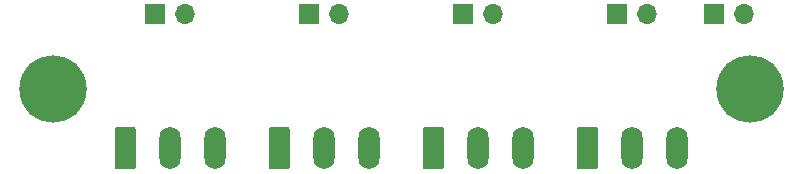
<source format=gbr>
G04 #@! TF.GenerationSoftware,KiCad,Pcbnew,(5.1.5)-3*
G04 #@! TF.CreationDate,2020-03-10T12:06:21-04:00*
G04 #@! TF.ProjectId,Step_Direction_Board,53746570-5f44-4697-9265-6374696f6e5f,rev?*
G04 #@! TF.SameCoordinates,PX7270e00PY78a3ca0*
G04 #@! TF.FileFunction,Copper,L1,Top*
G04 #@! TF.FilePolarity,Positive*
%FSLAX46Y46*%
G04 Gerber Fmt 4.6, Leading zero omitted, Abs format (unit mm)*
G04 Created by KiCad (PCBNEW (5.1.5)-3) date 2020-03-10 12:06:21*
%MOMM*%
%LPD*%
G04 APERTURE LIST*
%ADD10O,1.700000X1.700000*%
%ADD11R,1.700000X1.700000*%
%ADD12O,1.800000X3.600000*%
%ADD13C,0.100000*%
%ADD14C,5.700000*%
G04 APERTURE END LIST*
D10*
X53323846Y15376036D03*
D11*
X50783846Y15376036D03*
D10*
X40283846Y15376036D03*
D11*
X37743846Y15376036D03*
D10*
X27243846Y15376036D03*
D11*
X24703846Y15376036D03*
D10*
X14203846Y15376036D03*
D11*
X11663846Y15376036D03*
D10*
X61540000Y15376036D03*
D11*
X59000000Y15376036D03*
D12*
X55871055Y4036653D03*
X52061055Y4036653D03*
G04 #@! TA.AperFunction,ComponentPad*
D13*
G36*
X48925559Y5835449D02*
G01*
X48949828Y5831849D01*
X48973626Y5825888D01*
X48996726Y5817623D01*
X49018904Y5807133D01*
X49039948Y5794520D01*
X49059653Y5779906D01*
X49077832Y5763430D01*
X49094308Y5745251D01*
X49108922Y5725546D01*
X49121535Y5704502D01*
X49132025Y5682324D01*
X49140290Y5659224D01*
X49146251Y5635426D01*
X49149851Y5611157D01*
X49151055Y5586653D01*
X49151055Y2486653D01*
X49149851Y2462149D01*
X49146251Y2437880D01*
X49140290Y2414082D01*
X49132025Y2390982D01*
X49121535Y2368804D01*
X49108922Y2347760D01*
X49094308Y2328055D01*
X49077832Y2309876D01*
X49059653Y2293400D01*
X49039948Y2278786D01*
X49018904Y2266173D01*
X48996726Y2255683D01*
X48973626Y2247418D01*
X48949828Y2241457D01*
X48925559Y2237857D01*
X48901055Y2236653D01*
X47601055Y2236653D01*
X47576551Y2237857D01*
X47552282Y2241457D01*
X47528484Y2247418D01*
X47505384Y2255683D01*
X47483206Y2266173D01*
X47462162Y2278786D01*
X47442457Y2293400D01*
X47424278Y2309876D01*
X47407802Y2328055D01*
X47393188Y2347760D01*
X47380575Y2368804D01*
X47370085Y2390982D01*
X47361820Y2414082D01*
X47355859Y2437880D01*
X47352259Y2462149D01*
X47351055Y2486653D01*
X47351055Y5586653D01*
X47352259Y5611157D01*
X47355859Y5635426D01*
X47361820Y5659224D01*
X47370085Y5682324D01*
X47380575Y5704502D01*
X47393188Y5725546D01*
X47407802Y5745251D01*
X47424278Y5763430D01*
X47442457Y5779906D01*
X47462162Y5794520D01*
X47483206Y5807133D01*
X47505384Y5817623D01*
X47528484Y5825888D01*
X47552282Y5831849D01*
X47576551Y5835449D01*
X47601055Y5836653D01*
X48901055Y5836653D01*
X48925559Y5835449D01*
G37*
G04 #@! TD.AperFunction*
D12*
X42831055Y4036653D03*
X39021055Y4036653D03*
G04 #@! TA.AperFunction,ComponentPad*
D13*
G36*
X35885559Y5835449D02*
G01*
X35909828Y5831849D01*
X35933626Y5825888D01*
X35956726Y5817623D01*
X35978904Y5807133D01*
X35999948Y5794520D01*
X36019653Y5779906D01*
X36037832Y5763430D01*
X36054308Y5745251D01*
X36068922Y5725546D01*
X36081535Y5704502D01*
X36092025Y5682324D01*
X36100290Y5659224D01*
X36106251Y5635426D01*
X36109851Y5611157D01*
X36111055Y5586653D01*
X36111055Y2486653D01*
X36109851Y2462149D01*
X36106251Y2437880D01*
X36100290Y2414082D01*
X36092025Y2390982D01*
X36081535Y2368804D01*
X36068922Y2347760D01*
X36054308Y2328055D01*
X36037832Y2309876D01*
X36019653Y2293400D01*
X35999948Y2278786D01*
X35978904Y2266173D01*
X35956726Y2255683D01*
X35933626Y2247418D01*
X35909828Y2241457D01*
X35885559Y2237857D01*
X35861055Y2236653D01*
X34561055Y2236653D01*
X34536551Y2237857D01*
X34512282Y2241457D01*
X34488484Y2247418D01*
X34465384Y2255683D01*
X34443206Y2266173D01*
X34422162Y2278786D01*
X34402457Y2293400D01*
X34384278Y2309876D01*
X34367802Y2328055D01*
X34353188Y2347760D01*
X34340575Y2368804D01*
X34330085Y2390982D01*
X34321820Y2414082D01*
X34315859Y2437880D01*
X34312259Y2462149D01*
X34311055Y2486653D01*
X34311055Y5586653D01*
X34312259Y5611157D01*
X34315859Y5635426D01*
X34321820Y5659224D01*
X34330085Y5682324D01*
X34340575Y5704502D01*
X34353188Y5725546D01*
X34367802Y5745251D01*
X34384278Y5763430D01*
X34402457Y5779906D01*
X34422162Y5794520D01*
X34443206Y5807133D01*
X34465384Y5817623D01*
X34488484Y5825888D01*
X34512282Y5831849D01*
X34536551Y5835449D01*
X34561055Y5836653D01*
X35861055Y5836653D01*
X35885559Y5835449D01*
G37*
G04 #@! TD.AperFunction*
D12*
X29791055Y4036653D03*
X25981055Y4036653D03*
G04 #@! TA.AperFunction,ComponentPad*
D13*
G36*
X22845559Y5835449D02*
G01*
X22869828Y5831849D01*
X22893626Y5825888D01*
X22916726Y5817623D01*
X22938904Y5807133D01*
X22959948Y5794520D01*
X22979653Y5779906D01*
X22997832Y5763430D01*
X23014308Y5745251D01*
X23028922Y5725546D01*
X23041535Y5704502D01*
X23052025Y5682324D01*
X23060290Y5659224D01*
X23066251Y5635426D01*
X23069851Y5611157D01*
X23071055Y5586653D01*
X23071055Y2486653D01*
X23069851Y2462149D01*
X23066251Y2437880D01*
X23060290Y2414082D01*
X23052025Y2390982D01*
X23041535Y2368804D01*
X23028922Y2347760D01*
X23014308Y2328055D01*
X22997832Y2309876D01*
X22979653Y2293400D01*
X22959948Y2278786D01*
X22938904Y2266173D01*
X22916726Y2255683D01*
X22893626Y2247418D01*
X22869828Y2241457D01*
X22845559Y2237857D01*
X22821055Y2236653D01*
X21521055Y2236653D01*
X21496551Y2237857D01*
X21472282Y2241457D01*
X21448484Y2247418D01*
X21425384Y2255683D01*
X21403206Y2266173D01*
X21382162Y2278786D01*
X21362457Y2293400D01*
X21344278Y2309876D01*
X21327802Y2328055D01*
X21313188Y2347760D01*
X21300575Y2368804D01*
X21290085Y2390982D01*
X21281820Y2414082D01*
X21275859Y2437880D01*
X21272259Y2462149D01*
X21271055Y2486653D01*
X21271055Y5586653D01*
X21272259Y5611157D01*
X21275859Y5635426D01*
X21281820Y5659224D01*
X21290085Y5682324D01*
X21300575Y5704502D01*
X21313188Y5725546D01*
X21327802Y5745251D01*
X21344278Y5763430D01*
X21362457Y5779906D01*
X21382162Y5794520D01*
X21403206Y5807133D01*
X21425384Y5817623D01*
X21448484Y5825888D01*
X21472282Y5831849D01*
X21496551Y5835449D01*
X21521055Y5836653D01*
X22821055Y5836653D01*
X22845559Y5835449D01*
G37*
G04 #@! TD.AperFunction*
D12*
X16751055Y4036653D03*
X12941055Y4036653D03*
G04 #@! TA.AperFunction,ComponentPad*
D13*
G36*
X9805559Y5835449D02*
G01*
X9829828Y5831849D01*
X9853626Y5825888D01*
X9876726Y5817623D01*
X9898904Y5807133D01*
X9919948Y5794520D01*
X9939653Y5779906D01*
X9957832Y5763430D01*
X9974308Y5745251D01*
X9988922Y5725546D01*
X10001535Y5704502D01*
X10012025Y5682324D01*
X10020290Y5659224D01*
X10026251Y5635426D01*
X10029851Y5611157D01*
X10031055Y5586653D01*
X10031055Y2486653D01*
X10029851Y2462149D01*
X10026251Y2437880D01*
X10020290Y2414082D01*
X10012025Y2390982D01*
X10001535Y2368804D01*
X9988922Y2347760D01*
X9974308Y2328055D01*
X9957832Y2309876D01*
X9939653Y2293400D01*
X9919948Y2278786D01*
X9898904Y2266173D01*
X9876726Y2255683D01*
X9853626Y2247418D01*
X9829828Y2241457D01*
X9805559Y2237857D01*
X9781055Y2236653D01*
X8481055Y2236653D01*
X8456551Y2237857D01*
X8432282Y2241457D01*
X8408484Y2247418D01*
X8385384Y2255683D01*
X8363206Y2266173D01*
X8342162Y2278786D01*
X8322457Y2293400D01*
X8304278Y2309876D01*
X8287802Y2328055D01*
X8273188Y2347760D01*
X8260575Y2368804D01*
X8250085Y2390982D01*
X8241820Y2414082D01*
X8235859Y2437880D01*
X8232259Y2462149D01*
X8231055Y2486653D01*
X8231055Y5586653D01*
X8232259Y5611157D01*
X8235859Y5635426D01*
X8241820Y5659224D01*
X8250085Y5682324D01*
X8260575Y5704502D01*
X8273188Y5725546D01*
X8287802Y5745251D01*
X8304278Y5763430D01*
X8322457Y5779906D01*
X8342162Y5794520D01*
X8363206Y5807133D01*
X8385384Y5817623D01*
X8408484Y5825888D01*
X8432282Y5831849D01*
X8456551Y5835449D01*
X8481055Y5836653D01*
X9781055Y5836653D01*
X9805559Y5835449D01*
G37*
G04 #@! TD.AperFunction*
D14*
X62000000Y9000000D03*
X3000000Y9000000D03*
M02*

</source>
